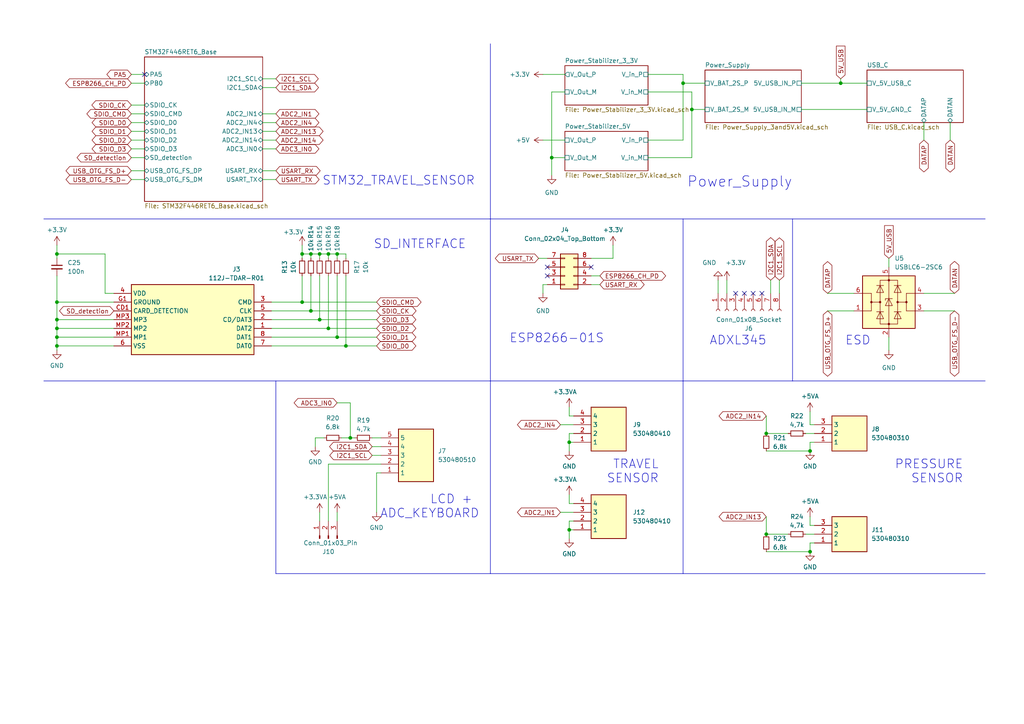
<source format=kicad_sch>
(kicad_sch (version 20230121) (generator eeschema)
  (paper "A4")
  (title_block (title "Suspension Telemetry") (date "2023-10-01") (rev "v1.0") (company "Patryk Grzywnowicz"))
  (lib_symbols
    (symbol "112J-TDAR-R01:112J-TDAR-R01"
      (property "Reference" "J" (at 16.51 7.62 0))
      (property "Value" "112J-TDAR-R01" (at 16.51 5.08 0))
      (symbol "112J-TDAR-R01_1_1"
        (rectangle (start 17.78 -17.78) (end 53.34 2.54) (stroke (width 0.254)) (fill (type background)))
        (pin passive line (at 12.7 -10.16 0) (length 5.08) (name "DAT2") (number "1"))
        (pin passive line (at 12.7 -7.62 0) (length 5.08) (name "CD/DAT3") (number "2"))
        (pin passive line (at 12.7 -2.54 0) (length 5.08) (name "CMD") (number "3"))
        (pin passive line (at 58.42 0 180) (length 5.08) (name "VDD") (number "4"))
        (pin passive line (at 12.7 -5.08 0) (length 5.08) (name "CLK") (number "5"))
        (pin passive line (at 58.42 -15.24 180) (length 5.08) (name "VSS") (number "6"))
        (pin passive line (at 12.7 -15.24 0) (length 5.08) (name "DAT0") (number "7"))
        (pin passive line (at 12.7 -12.7 0) (length 5.08) (name "DAT1") (number "8"))
        (pin passive line (at 58.42 -5.08 180) (length 5.08) (name "CARD_DETECTION") (number "CD1"))
        (pin passive line (at 58.42 -2.54 180) (length 5.08) (name "GROUND") (number "G1"))
        (pin passive line (at 58.42 -12.7 180) (length 5.08) (name "MP1") (number "MP1"))
        (pin passive line (at 58.42 -10.16 180) (length 5.08) (name "MP2") (number "MP2"))
        (pin passive line (at 58.42 -7.62 180) (length 5.08) (name "MP3") (number "MP3"))
      )
    )
    (symbol "530480310:530480310"
      (property "Reference" "J" (at 16.51 7.62 0))
      (property "Value" "530480310" (at 16.51 5.08 0))
      (symbol "530480310_1_1"
        (rectangle (start 5.08 2.54) (end 15.24 -7.62) (stroke (width 0.254)) (fill (type background)))
        (pin passive line (at 0 -5.08 0) (length 5.08) (name "1") (number "1"))
        (pin passive line (at 0 -2.54 0) (length 5.08) (name "2") (number "2"))
        (pin passive line (at 0 0 0) (length 5.08) (name "3") (number "3"))
      )
    )
    (symbol "530480410:530480410"
      (property "Reference" "J" (at 16.51 7.62 0))
      (property "Value" "530480410" (at 16.51 5.08 0))
      (symbol "530480410_1_1"
        (rectangle (start 5.08 2.54) (end 15.24 -10.16) (stroke (width 0.254)) (fill (type background)))
        (pin passive line (at 0 -7.62 0) (length 5.08) (name "1") (number "1"))
        (pin passive line (at 0 -5.08 0) (length 5.08) (name "2") (number "2"))
        (pin passive line (at 0 -2.54 0) (length 5.08) (name "3") (number "3"))
        (pin passive line (at 0 0 0) (length 5.08) (name "4") (number "4"))
      )
    )
    (symbol "530480510:530480510"
      (property "Reference" "J" (at 16.51 7.62 0))
      (property "Value" "530480510" (at 16.51 5.08 0))
      (symbol "530480510_1_1"
        (rectangle (start 5.08 2.54) (end 15.24 -12.7) (stroke (width 0.254)) (fill (type background)))
        (pin passive line (at 0 -10.16 0) (length 5.08) (name "1") (number "1"))
        (pin passive line (at 0 -7.62 0) (length 5.08) (name "2") (number "2"))
        (pin passive line (at 0 -5.08 0) (length 5.08) (name "3") (number "3"))
        (pin passive line (at 0 -2.54 0) (length 5.08) (name "4") (number "4"))
        (pin passive line (at 0 0 0) (length 5.08) (name "5") (number "5"))
      )
    )
    (symbol "Connector:Conn_01x03_Pin" (pin_names (offset 1.016) hide)
      (property "Reference" "J" (at 0 5.08 0))
      (property "Value" "Conn_01x03_Pin" (at 0 -5.08 0))
      (symbol "Conn_01x03_Pin_1_1"
        (polyline (pts (xy 1.27 -2.54) (xy 0.8636 -2.54)) (stroke (width 0.1524)))
        (polyline (pts (xy 1.27 0) (xy 0.8636 0)) (stroke (width 0.1524)))
        (polyline (pts (xy 1.27 2.54) (xy 0.8636 2.54)) (stroke (width 0.1524)))
        (rectangle (start 0.8636 -2.413) (end 0 -2.667) (stroke (width 0.1524)) (fill (type outline)))
        (rectangle (start 0.8636 0.127) (end 0 -0.127) (stroke (width 0.1524)) (fill (type outline)))
        (rectangle (start 0.8636 2.667) (end 0 2.413) (stroke (width 0.1524)) (fill (type outline)))
        (pin passive line (at 5.08 2.54 180) (length 3.81) (name "Pin_1") (number "1"))
        (pin passive line (at 5.08 0 180) (length 3.81) (name "Pin_2") (number "2"))
        (pin passive line (at 5.08 -2.54 180) (length 3.81) (name "Pin_3") (number "3"))
      )
    )
    (symbol "Connector:Conn_01x08_Socket" (pin_names (offset 1.016) hide)
      (property "Reference" "J" (at 0 10.16 0))
      (property "Value" "Conn_01x08_Socket" (at 0 -12.7 0))
      (symbol "Conn_01x08_Socket_1_1"
        (arc (start 0 -9.652) (mid -0.5058 -10.16) (end 0 -10.668) (stroke (width 0.1524)))
        (arc (start 0 -7.112) (mid -0.5058 -7.62) (end 0 -8.128) (stroke (width 0.1524)))
        (arc (start 0 -4.572) (mid -0.5058 -5.08) (end 0 -5.588) (stroke (width 0.1524)))
        (arc (start 0 -2.032) (mid -0.5058 -2.54) (end 0 -3.048) (stroke (width 0.1524)))
        (polyline (pts (xy -1.27 -10.16) (xy -0.508 -10.16)) (stroke (width 0.1524)))
        (polyline (pts (xy -1.27 -7.62) (xy -0.508 -7.62)) (stroke (width 0.1524)))
        (polyline (pts (xy -1.27 -5.08) (xy -0.508 -5.08)) (stroke (width 0.1524)))
        (polyline (pts (xy -1.27 -2.54) (xy -0.508 -2.54)) (stroke (width 0.1524)))
        (polyline (pts (xy -1.27 0) (xy -0.508 0)) (stroke (width 0.1524)))
        (polyline (pts (xy -1.27 2.54) (xy -0.508 2.54)) (stroke (width 0.1524)))
        (polyline (pts (xy -1.27 5.08) (xy -0.508 5.08)) (stroke (width 0.1524)))
        (polyline (pts (xy -1.27 7.62) (xy -0.508 7.62)) (stroke (width 0.1524)))
        (arc (start 0 0.508) (mid -0.5058 0) (end 0 -0.508) (stroke (width 0.1524)))
        (arc (start 0 3.048) (mid -0.5058 2.54) (end 0 2.032) (stroke (width 0.1524)))
        (arc (start 0 5.588) (mid -0.5058 5.08) (end 0 4.572) (stroke (width 0.1524)))
        (arc (start 0 8.128) (mid -0.5058 7.62) (end 0 7.112) (stroke (width 0.1524)))
        (pin passive line (at -5.08 7.62 0) (length 3.81) (name "Pin_1") (number "1"))
        (pin passive line (at -5.08 5.08 0) (length 3.81) (name "Pin_2") (number "2"))
        (pin passive line (at -5.08 2.54 0) (length 3.81) (name "Pin_3") (number "3"))
        (pin passive line (at -5.08 0 0) (length 3.81) (name "Pin_4") (number "4"))
        (pin passive line (at -5.08 -2.54 0) (length 3.81) (name "Pin_5") (number "5"))
        (pin passive line (at -5.08 -5.08 0) (length 3.81) (name "Pin_6") (number "6"))
        (pin passive line (at -5.08 -7.62 0) (length 3.81) (name "Pin_7") (number "7"))
        (pin passive line (at -5.08 -10.16 0) (length 3.81) (name "Pin_8") (number "8"))
      )
    )
    (symbol "Device:C_Small" (pin_numbers hide) (pin_names (offset 0.254) hide)
      (property "Reference" "C" (at 0.254 1.778 0))
      (property "Value" "C_Small" (at 0.254 -2.032 0))
      (symbol "C_Small_0_1"
        (polyline (pts (xy -1.524 -0.508) (xy 1.524 -0.508)) (stroke (width 0.3302)))
        (polyline (pts (xy -1.524 0.508) (xy 1.524 0.508)) (stroke (width 0.3048)))
      )
      (symbol "C_Small_1_1"
        (pin passive line (at 0 2.54 270) (length 2.032) (name "~") (number "1"))
        (pin passive line (at 0 -2.54 90) (length 2.032) (name "~") (number "2"))
      )
    )
    (symbol "Device:R_Small" (pin_numbers hide) (pin_names (offset 0.254) hide)
      (property "Reference" "R" (at 0.762 0.508 0))
      (property "Value" "R_Small" (at 0.762 -1.016 0))
      (symbol "R_Small_0_1"
        (rectangle (start -0.762 1.778) (end 0.762 -1.778) (stroke (width 0.2032)))
      )
      (symbol "R_Small_1_1"
        (pin passive line (at 0 2.54 270) (length 0.762) (name "~") (number "1"))
        (pin passive line (at 0 -2.54 90) (length 0.762) (name "~") (number "2"))
      )
    )
    (symbol "Power_Protection:USBLC6-2SC6" (pin_names hide)
      (property "Reference" "U" (at 2.54 8.89 0))
      (property "Value" "USBLC6-2SC6" (at 2.54 -8.89 0))
      (symbol "USBLC6-2SC6_0_1"
        (rectangle (start -7.62 -7.62) (end 7.62 7.62) (stroke (width 0.254)) (fill (type background)))
        (circle (center -5.08 0) (radius 0.254) (fill (type outline)))
        (circle (center -2.54 0) (radius 0.254) (fill (type outline)))
        (rectangle (start -2.54 6.35) (end 2.54 -6.35))
        (circle (center 0 -6.35) (radius 0.254) (fill (type outline)))
        (polyline (pts (xy -5.08 -2.54) (xy -7.62 -2.54)))
        (polyline (pts (xy -5.08 0) (xy -5.08 -2.54)))
        (polyline (pts (xy -5.08 2.54) (xy -7.62 2.54)))
        (polyline (pts (xy -1.524 -2.794) (xy -3.556 -2.794)))
        (polyline (pts (xy -1.524 4.826) (xy -3.556 4.826)))
        (polyline (pts (xy 0 -7.62) (xy 0 -6.35)))
        (polyline (pts (xy 0 -6.35) (xy 0 1.27)))
        (polyline (pts (xy 0 1.27) (xy 0 6.35)))
        (polyline (pts (xy 0 6.35) (xy 0 7.62)))
        (polyline (pts (xy 1.524 -2.794) (xy 3.556 -2.794)))
        (polyline (pts (xy 1.524 4.826) (xy 3.556 4.826)))
        (polyline (pts (xy 5.08 -2.54) (xy 7.62 -2.54)))
        (polyline (pts (xy 5.08 0) (xy 5.08 -2.54)))
        (polyline (pts (xy 5.08 2.54) (xy 7.62 2.54)))
        (polyline (pts (xy -2.54 0) (xy -5.08 0) (xy -5.08 2.54)))
        (polyline (pts (xy 2.54 0) (xy 5.08 0) (xy 5.08 2.54)))
        (polyline (pts (xy -3.556 -4.826) (xy -1.524 -4.826) (xy -2.54 -2.794) (xy -3.556 -4.826)))
        (polyline (pts (xy -3.556 2.794) (xy -1.524 2.794) (xy -2.54 4.826) (xy -3.556 2.794)))
        (polyline (pts (xy -1.016 -1.016) (xy 1.016 -1.016) (xy 0 1.016) (xy -1.016 -1.016)))
        (polyline (pts (xy 1.016 1.016) (xy 0.762 1.016) (xy -1.016 1.016) (xy -1.016 0.508)))
        (polyline (pts (xy 3.556 -4.826) (xy 1.524 -4.826) (xy 2.54 -2.794) (xy 3.556 -4.826)))
        (polyline (pts (xy 3.556 2.794) (xy 1.524 2.794) (xy 2.54 4.826) (xy 3.556 2.794)))
        (circle (center 0 6.35) (radius 0.254) (fill (type outline)))
        (circle (center 2.54 0) (radius 0.254) (fill (type outline)))
        (circle (center 5.08 0) (radius 0.254) (fill (type outline)))
      )
      (symbol "USBLC6-2SC6_1_1"
        (pin passive line (at -10.16 -2.54 0) (length 2.54) (name "I/O1") (number "1"))
        (pin passive line (at 0 -10.16 90) (length 2.54) (name "GND") (number "2"))
        (pin passive line (at 10.16 -2.54 180) (length 2.54) (name "I/O2") (number "3"))
        (pin passive line (at 10.16 2.54 180) (length 2.54) (name "I/O2") (number "4"))
        (pin passive line (at 0 10.16 270) (length 2.54) (name "VBUS") (number "5"))
        (pin passive line (at -10.16 2.54 0) (length 2.54) (name "I/O1") (number "6"))
      )
    )
    (symbol "connector_my_2x4:Conn_02x04_Top_Bottom_v2" (pin_names (offset 1.016) hide)
      (property "Reference" "J" (at 1.27 5.08 0))
      (property "Value" "Conn_02x04_Top_Bottom" (at 1.27 -7.62 0))
      (symbol "Conn_02x04_Top_Bottom_v2_1_1"
        (rectangle (start -1.27 -4.953) (end 0 -5.207) (stroke (width 0.1524)))
        (rectangle (start -1.27 -2.413) (end 0 -2.667) (stroke (width 0.1524)))
        (rectangle (start -1.27 0.127) (end 0 -0.127) (stroke (width 0.1524)))
        (rectangle (start -1.27 2.667) (end 0 2.413) (stroke (width 0.1524)))
        (rectangle (start -1.27 3.81) (end 3.81 -6.35) (stroke (width 0.254)) (fill (type background)))
        (rectangle (start 3.81 -4.953) (end 2.54 -5.207) (stroke (width 0.1524)))
        (rectangle (start 3.81 -2.413) (end 2.54 -2.667) (stroke (width 0.1524)))
        (rectangle (start 3.81 0.127) (end 2.54 -0.127) (stroke (width 0.1524)))
        (rectangle (start 3.81 2.667) (end 2.54 2.413) (stroke (width 0.1524)))
        (pin passive line (at -5.08 -5.08 0) (length 3.81) (name "Pin_1") (number "1"))
        (pin passive line (at 7.62 -5.08 180) (length 3.81) (name "Pin_2") (number "2"))
        (pin passive line (at -5.08 -2.54 0) (length 3.81) (name "Pin_3") (number "3"))
        (pin passive line (at 7.62 -2.54 180) (length 3.81) (name "Pin_4") (number "4"))
        (pin passive line (at -5.08 0 0) (length 3.81) (name "Pin_5") (number "5"))
        (pin passive line (at 7.62 0 180) (length 3.81) (name "Pin_6") (number "6"))
        (pin passive line (at -5.08 2.54 0) (length 3.81) (name "Pin_7") (number "7"))
        (pin passive line (at 7.62 2.54 180) (length 3.81) (name "Pin_8") (number "8"))
      )
    )
    (symbol "power:+3.3V" (power) (pin_names (offset 0))
      (property "Value" "+3.3V" (at 0 3.556 0))
      (symbol "+3.3V_0_1"
        (polyline (pts (xy -0.762 1.27) (xy 0 2.54)))
        (polyline (pts (xy 0 0) (xy 0 2.54)))
        (polyline (pts (xy 0 2.54) (xy 0.762 1.27)))
      )
      (symbol "+3.3V_1_1"
        (pin power_in line (at 0 0 90) (length 0) hide (name "+3.3V") (number "1"))
      )
    )
    (symbol "power:+3.3VA" (power) (pin_names (offset 0))
      (property "Value" "+3.3VA" (at 0 3.556 0))
      (symbol "+3.3VA_0_1"
        (polyline (pts (xy -0.762 1.27) (xy 0 2.54)))
        (polyline (pts (xy 0 0) (xy 0 2.54)))
        (polyline (pts (xy 0 2.54) (xy 0.762 1.27)))
      )
      (symbol "+3.3VA_1_1"
        (pin power_in line (at 0 0 90) (length 0) hide (name "+3.3VA") (number "1"))
      )
    )
    (symbol "power:+5V" (power) (pin_names (offset 0))
      (property "Value" "+5V" (at 0 3.556 0))
      (symbol "+5V_0_1"
        (polyline (pts (xy -0.762 1.27) (xy 0 2.54)))
        (polyline (pts (xy 0 0) (xy 0 2.54)))
        (polyline (pts (xy 0 2.54) (xy 0.762 1.27)))
      )
      (symbol "+5V_1_1"
        (pin power_in line (at 0 0 90) (length 0) hide (name "+5V") (number "1"))
      )
    )
    (symbol "power:+5VA" (power) (pin_names (offset 0))
      (property "Value" "+5VA" (at 0 3.556 0))
      (symbol "+5VA_0_1"
        (polyline (pts (xy -0.762 1.27) (xy 0 2.54)))
        (polyline (pts (xy 0 0) (xy 0 2.54)))
        (polyline (pts (xy 0 2.54) (xy 0.762 1.27)))
      )
      (symbol "+5VA_1_1"
        (pin power_in line (at 0 0 90) (length 0) hide (name "+5VA") (number "1"))
      )
    )
    (symbol "power:GND" (power) (pin_names (offset 0))
      (property "Value" "GND" (at 0 -3.81 0))
      (symbol "GND_0_1"
        (polyline (pts (xy 0 0) (xy 0 -1.27) (xy 1.27 -1.27) (xy 0 -2.54) (xy -1.27 -1.27) (xy 0 -1.27)))
      )
      (symbol "GND_1_1"
        (pin power_in line (at 0 0 270) (length 0) hide (name "GND") (number "1"))
      )
    )
  )
  (junction (at 222.25 125.73))
  (junction (at 222.25 154.94))
  (junction (at 92.71 92.71))
  (junction (at 92.71 73.66))
  (junction (at 97.79 73.66))
  (junction (at 16.51 100.33))
  (junction (at 198.12 24.13))
  (junction (at 16.51 97.79))
  (junction (at 16.51 92.71))
  (junction (at 234.95 130.81))
  (junction (at 243.84 24.13))
  (junction (at 90.17 90.17))
  (junction (at 165.1 128.27))
  (junction (at 87.63 73.66))
  (junction (at 234.95 160.02))
  (junction (at 87.63 87.63))
  (junction (at 90.17 73.66))
  (junction (at 165.1 153.67))
  (junction (at 101.6 127))
  (junction (at 16.51 73.66))
  (junction (at 95.25 73.66))
  (junction (at 160.02 45.72))
  (junction (at 16.51 95.25))
  (junction (at 200.66 31.75))
  (junction (at 100.33 100.33))
  (junction (at 97.79 97.79))
  (junction (at 95.25 95.25))
  (junction (at 16.51 87.63))
  (no_connect (at 218.44 85.09))
  (no_connect (at 41.91 21.59))
  (no_connect (at 213.36 85.09))
  (no_connect (at 215.9 85.09))
  (no_connect (at 158.75 80.01))
  (no_connect (at 171.45 77.47))
  (no_connect (at 220.98 85.09))
  (no_connect (at 158.75 77.47))
  (wire (pts (xy 232.41 31.75) (xy 251.46 31.75)))
  (wire (pts (xy 30.48 73.66) (xy 30.48 85.09)))
  (wire (pts (xy 76.2 43.18) (xy 80.01 43.18)))
  (wire (pts (xy 171.45 82.55) (xy 173.99 82.55)))
  (wire (pts (xy 162.56 123.19) (xy 166.37 123.19)))
  (wire (pts (xy 157.48 82.55) (xy 158.75 82.55)))
  (wire (pts (xy 100.33 73.66) (xy 100.33 74.93)))
  (wire (pts (xy 95.25 134.62) (xy 95.25 151.13)))
  (wire (pts (xy 16.51 87.63) (xy 33.02 87.63)))
  (wire (pts (xy 234.95 157.48) (xy 234.95 160.02)))
  (wire (pts (xy 210.82 81.28) (xy 210.82 85.09)))
  (wire (pts (xy 222.25 154.94) (xy 228.6 154.94)))
  (wire (pts (xy 30.48 85.09) (xy 33.02 85.09)))
  (wire (pts (xy 101.6 116.84) (xy 101.6 127)))
  (wire (pts (xy 38.1 40.64) (xy 41.91 40.64)))
  (wire (pts (xy 76.2 49.53) (xy 80.01 49.53)))
  (wire (pts (xy 257.81 74.93) (xy 257.81 77.47)))
  (wire (pts (xy 234.95 152.4) (xy 236.22 152.4)))
  (polyline (pts (xy 142.24 63.5) (xy 285.75 63.5)))
  (wire (pts (xy 234.95 149.86) (xy 234.95 152.4)))
  (wire (pts (xy 87.63 87.63) (xy 87.63 80.01)))
  (wire (pts (xy 177.8 74.93) (xy 171.45 74.93)))
  (wire (pts (xy 78.74 87.63) (xy 87.63 87.63)))
  (wire (pts (xy 162.56 148.59) (xy 166.37 148.59)))
  (wire (pts (xy 38.1 38.1) (xy 41.91 38.1)))
  (wire (pts (xy 187.96 40.64) (xy 198.12 40.64)))
  (polyline (pts (xy 229.87 110.49) (xy 229.87 63.5)))
  (wire (pts (xy 78.74 95.25) (xy 95.25 95.25)))
  (wire (pts (xy 198.12 21.59) (xy 187.96 21.59)))
  (wire (pts (xy 101.6 127) (xy 102.87 127)))
  (wire (pts (xy 97.79 151.13) (xy 97.79 148.59)))
  (wire (pts (xy 95.25 73.66) (xy 95.25 74.93)))
  (wire (pts (xy 99.06 127) (xy 101.6 127)))
  (wire (pts (xy 222.25 120.65) (xy 222.25 125.73)))
  (wire (pts (xy 76.2 22.86) (xy 80.01 22.86)))
  (wire (pts (xy 160.02 26.67) (xy 160.02 45.72)))
  (wire (pts (xy 92.71 73.66) (xy 95.25 73.66)))
  (wire (pts (xy 100.33 80.01) (xy 100.33 100.33)))
  (wire (pts (xy 165.1 143.51) (xy 165.1 146.05)))
  (wire (pts (xy 95.25 95.25) (xy 95.25 80.01)))
  (wire (pts (xy 16.51 100.33) (xy 16.51 101.6)))
  (polyline (pts (xy 198.12 110.49) (xy 229.87 110.49)))
  (wire (pts (xy 16.51 92.71) (xy 16.51 95.25)))
  (wire (pts (xy 226.06 81.28) (xy 226.06 85.09)))
  (polyline (pts (xy 80.01 166.37) (xy 80.01 110.49)))
  (wire (pts (xy 165.1 151.13) (xy 165.1 153.67)))
  (wire (pts (xy 198.12 40.64) (xy 198.12 24.13)))
  (wire (pts (xy 38.1 35.56) (xy 41.91 35.56)))
  (wire (pts (xy 240.03 90.17) (xy 247.65 90.17)))
  (wire (pts (xy 16.51 80.01) (xy 16.51 87.63)))
  (wire (pts (xy 223.52 81.28) (xy 223.52 85.09)))
  (wire (pts (xy 38.1 21.59) (xy 41.91 21.59)))
  (wire (pts (xy 200.66 31.75) (xy 200.66 45.72)))
  (wire (pts (xy 234.95 128.27) (xy 234.95 130.81)))
  (wire (pts (xy 92.71 73.66) (xy 92.71 74.93)))
  (wire (pts (xy 166.37 125.73) (xy 165.1 125.73)))
  (wire (pts (xy 76.2 25.4) (xy 80.01 25.4)))
  (wire (pts (xy 90.17 90.17) (xy 90.17 80.01)))
  (wire (pts (xy 78.74 90.17) (xy 90.17 90.17)))
  (wire (pts (xy 187.96 45.72) (xy 200.66 45.72)))
  (wire (pts (xy 109.22 148.59) (xy 109.22 137.16)))
  (wire (pts (xy 92.71 92.71) (xy 109.22 92.71)))
  (wire (pts (xy 16.51 73.66) (xy 16.51 74.93)))
  (wire (pts (xy 157.48 85.09) (xy 157.48 82.55)))
  (wire (pts (xy 198.12 24.13) (xy 198.12 21.59)))
  (wire (pts (xy 276.86 90.17) (xy 267.97 90.17)))
  (wire (pts (xy 90.17 73.66) (xy 92.71 73.66)))
  (wire (pts (xy 92.71 92.71) (xy 92.71 80.01)))
  (wire (pts (xy 38.1 30.48) (xy 41.91 30.48)))
  (polyline (pts (xy 198.12 166.37) (xy 285.75 166.37)))
  (wire (pts (xy 16.51 87.63) (xy 16.51 92.71)))
  (wire (pts (xy 165.1 125.73) (xy 165.1 128.27)))
  (wire (pts (xy 222.25 130.81) (xy 234.95 130.81)))
  (wire (pts (xy 16.51 71.12) (xy 16.51 73.66)))
  (wire (pts (xy 90.17 90.17) (xy 109.22 90.17)))
  (wire (pts (xy 165.1 118.11) (xy 165.1 120.65)))
  (wire (pts (xy 92.71 148.59) (xy 92.71 151.13)))
  (wire (pts (xy 95.25 73.66) (xy 97.79 73.66)))
  (wire (pts (xy 234.95 123.19) (xy 236.22 123.19)))
  (polyline (pts (xy 198.12 110.49) (xy 198.12 166.37)))
  (wire (pts (xy 165.1 128.27) (xy 166.37 128.27)))
  (wire (pts (xy 222.25 149.86) (xy 222.25 154.94)))
  (wire (pts (xy 76.2 33.02) (xy 80.01 33.02)))
  (wire (pts (xy 87.63 73.66) (xy 90.17 73.66)))
  (wire (pts (xy 236.22 157.48) (xy 234.95 157.48)))
  (wire (pts (xy 97.79 97.79) (xy 109.22 97.79)))
  (polyline (pts (xy 12.7 63.5) (xy 142.24 63.5)))
  (wire (pts (xy 97.79 97.79) (xy 97.79 80.01)))
  (wire (pts (xy 222.25 125.73) (xy 228.6 125.73)))
  (wire (pts (xy 243.84 22.86) (xy 243.84 24.13)))
  (polyline (pts (xy 198.12 110.49) (xy 198.12 63.5)))
  (wire (pts (xy 76.2 52.07) (xy 80.01 52.07)))
  (wire (pts (xy 243.84 24.13) (xy 251.46 24.13)))
  (wire (pts (xy 95.25 134.62) (xy 110.49 134.62)))
  (wire (pts (xy 16.51 97.79) (xy 16.51 100.33)))
  (polyline (pts (xy 229.87 110.49) (xy 285.75 110.49)))
  (wire (pts (xy 275.59 35.56) (xy 275.59 40.64)))
  (wire (pts (xy 107.95 132.08) (xy 110.49 132.08)))
  (wire (pts (xy 16.51 95.25) (xy 33.02 95.25)))
  (wire (pts (xy 109.22 137.16) (xy 110.49 137.16)))
  (wire (pts (xy 87.63 71.12) (xy 87.63 73.66)))
  (wire (pts (xy 165.1 120.65) (xy 166.37 120.65)))
  (wire (pts (xy 97.79 73.66) (xy 97.79 74.93)))
  (wire (pts (xy 204.47 24.13) (xy 198.12 24.13)))
  (wire (pts (xy 163.83 26.67) (xy 160.02 26.67)))
  (wire (pts (xy 165.1 130.81) (xy 165.1 128.27)))
  (wire (pts (xy 222.25 160.02) (xy 234.95 160.02)))
  (wire (pts (xy 165.1 153.67) (xy 166.37 153.67)))
  (wire (pts (xy 157.48 21.59) (xy 163.83 21.59)))
  (wire (pts (xy 200.66 26.67) (xy 187.96 26.67)))
  (wire (pts (xy 109.22 100.33) (xy 100.33 100.33)))
  (wire (pts (xy 166.37 151.13) (xy 165.1 151.13)))
  (wire (pts (xy 87.63 73.66) (xy 87.63 74.93)))
  (wire (pts (xy 90.17 73.66) (xy 90.17 74.93)))
  (wire (pts (xy 38.1 33.02) (xy 41.91 33.02)))
  (wire (pts (xy 204.47 31.75) (xy 200.66 31.75)))
  (wire (pts (xy 107.95 127) (xy 110.49 127)))
  (polyline (pts (xy 142.24 166.37) (xy 80.01 166.37)))
  (polyline (pts (xy 12.7 110.49) (xy 142.24 110.49)))
  (wire (pts (xy 171.45 80.01) (xy 173.99 80.01)))
  (wire (pts (xy 95.25 95.25) (xy 109.22 95.25)))
  (wire (pts (xy 232.41 24.13) (xy 243.84 24.13)))
  (wire (pts (xy 107.95 129.54) (xy 110.49 129.54)))
  (wire (pts (xy 87.63 87.63) (xy 109.22 87.63)))
  (wire (pts (xy 97.79 116.84) (xy 101.6 116.84)))
  (wire (pts (xy 97.79 73.66) (xy 100.33 73.66)))
  (wire (pts (xy 160.02 45.72) (xy 160.02 50.8)))
  (wire (pts (xy 200.66 31.75) (xy 200.66 26.67)))
  (polyline (pts (xy 142.24 12.7) (xy 142.24 63.5)))
  (wire (pts (xy 233.68 154.94) (xy 236.22 154.94)))
  (polyline (pts (xy 142.24 110.49) (xy 142.24 166.37)))
  (wire (pts (xy 38.1 43.18) (xy 41.91 43.18)))
  (wire (pts (xy 16.51 100.33) (xy 33.02 100.33)))
  (polyline (pts (xy 142.24 110.49) (xy 198.12 110.49)))
  (wire (pts (xy 165.1 146.05) (xy 166.37 146.05)))
  (wire (pts (xy 157.48 40.64) (xy 163.83 40.64)))
  (wire (pts (xy 38.1 52.07) (xy 41.91 52.07)))
  (wire (pts (xy 267.97 35.56) (xy 267.97 40.64)))
  (wire (pts (xy 236.22 128.27) (xy 234.95 128.27)))
  (polyline (pts (xy 142.24 63.5) (xy 142.24 110.49)))
  (wire (pts (xy 240.03 85.09) (xy 247.65 85.09)))
  (wire (pts (xy 165.1 156.21) (xy 165.1 153.67)))
  (wire (pts (xy 76.2 40.64) (xy 80.01 40.64)))
  (wire (pts (xy 276.86 85.09) (xy 267.97 85.09)))
  (wire (pts (xy 38.1 45.72) (xy 41.91 45.72)))
  (wire (pts (xy 177.8 71.12) (xy 177.8 74.93)))
  (wire (pts (xy 78.74 100.33) (xy 100.33 100.33)))
  (wire (pts (xy 16.51 97.79) (xy 33.02 97.79)))
  (wire (pts (xy 16.51 95.25) (xy 16.51 97.79)))
  (wire (pts (xy 156.21 74.93) (xy 158.75 74.93)))
  (wire (pts (xy 234.95 119.38) (xy 234.95 123.19)))
  (wire (pts (xy 257.81 97.79) (xy 257.81 101.6)))
  (wire (pts (xy 38.1 49.53) (xy 41.91 49.53)))
  (wire (pts (xy 78.74 97.79) (xy 97.79 97.79)))
  (wire (pts (xy 93.98 127) (xy 91.44 127)))
  (wire (pts (xy 163.83 45.72) (xy 160.02 45.72)))
  (wire (pts (xy 91.44 127) (xy 91.44 129.54)))
  (wire (pts (xy 76.2 38.1) (xy 80.01 38.1)))
  (wire (pts (xy 76.2 35.56) (xy 80.01 35.56)))
  (wire (pts (xy 16.51 92.71) (xy 33.02 92.71)))
  (wire (pts (xy 233.68 125.73) (xy 236.22 125.73)))
  (wire (pts (xy 38.1 24.13) (xy 41.91 24.13)))
  (wire (pts (xy 208.28 81.28) (xy 208.28 85.09)))
  (wire (pts (xy 78.74 92.71) (xy 92.71 92.71)))
  (wire (pts (xy 16.51 73.66) (xy 30.48 73.66)))
  (polyline (pts (xy 142.24 166.37) (xy 198.12 166.37)))
  (text "LCD + \nADC_KEYBOARD" (at 139.065 150.495 0) (effects (font (size 2.54 2.54)) (justify right bottom)))
  (text "PRESSURE\nSENSOR" (at 279.4 140.335 0) (effects (font (size 2.54 2.54)) (justify right bottom)))
  (text "ADXL345" (at 205.74 100.33 0) (effects (font (size 2.54 2.54)) (justify left bottom)))
  (text "ESP8266-01S" (at 175.26 99.695 0) (effects (font (size 2.54 2.54)) (justify right bottom)))
  (text "STM32_TRAVEL_SENSOR\n" (at 137.795 53.975 0) (effects (font (size 2.54 2.54)) (justify right bottom)))
  (text "ESD" (at 245.11 100.33 0) (effects (font (size 2.54 2.54)) (justify left bottom)))
  (text "Power_Supply" (at 229.87 54.61 0) (effects (font (size 3 3)) (justify right bottom)))
  (text "SD_INTERFACE" (at 135.255 72.39 0) (effects (font (size 2.54 2.54)) (justify right bottom)))
  (text "TRAVEL\nSENSOR" (at 191.135 140.335 0) (effects (font (size 2.54 2.54)) (justify right bottom)))
  (global_label "SDIO_CMD" (shape bidirectional) (at 38.1 33.02 180) (property "Intersheetrefs" "${INTERSHEET_REFS}" (effects hide)))
  (global_label "SDIO_D2" (shape bidirectional) (at 38.1 40.64 180) (property "Intersheetrefs" "${INTERSHEET_REFS}" (effects hide)))
  (global_label "5V_USB" (shape input) (at 243.84 22.86 90) (property "Intersheetrefs" "${INTERSHEET_REFS}" (effects hide)))
  (global_label "ADC3_IN0" (shape bidirectional) (at 80.01 43.18 0) (property "Intersheetrefs" "${INTERSHEET_REFS}" (effects hide)))
  (global_label "ADC2_IN1" (shape bidirectional) (at 162.56 148.59 180) (property "Intersheetrefs" "${INTERSHEET_REFS}" (effects hide)))
  (global_label "PA5" (shape bidirectional) (at 38.1 21.59 180) (property "Intersheetrefs" "${INTERSHEET_REFS}" (effects hide)))
  (global_label "I2C1_SDA" (shape bidirectional) (at 107.95 129.54 180) (property "Intersheetrefs" "${INTERSHEET_REFS}" (effects hide)))
  (global_label "SDIO_D1" (shape bidirectional) (at 38.1 38.1 180) (property "Intersheetrefs" "${INTERSHEET_REFS}" (effects hide)))
  (global_label "USB_OTG_FS_D+" (shape bidirectional) (at 38.1 49.53 180) (property "Intersheetrefs" "${INTERSHEET_REFS}" (effects hide)))
  (global_label "5V_USB" (shape input) (at 257.81 74.93 90) (property "Intersheetrefs" "${INTERSHEET_REFS}" (effects hide)))
  (global_label "USART_TX" (shape bidirectional) (at 156.21 74.93 180) (property "Intersheetrefs" "${INTERSHEET_REFS}" (effects hide)))
  (global_label "SDIO_D0" (shape bidirectional) (at 38.1 35.56 180) (property "Intersheetrefs" "${INTERSHEET_REFS}" (effects hide)))
  (global_label "SDIO_D0" (shape bidirectional) (at 109.22 100.33 0) (property "Intersheetrefs" "${INTERSHEET_REFS}" (effects hide)))
  (global_label "ADC2_IN13" (shape bidirectional) (at 80.01 38.1 0) (property "Intersheetrefs" "${INTERSHEET_REFS}" (effects hide)))
  (global_label "I2C1_SCL" (shape bidirectional) (at 107.95 132.08 180) (property "Intersheetrefs" "${INTERSHEET_REFS}" (effects hide)))
  (global_label "I2C1_SCL" (shape bidirectional) (at 80.01 22.86 0) (property "Intersheetrefs" "${INTERSHEET_REFS}" (effects hide)))
  (global_label "ADC2_IN4" (shape bidirectional) (at 162.56 123.19 180) (property "Intersheetrefs" "${INTERSHEET_REFS}" (effects hide)))
  (global_label "ADC2_IN14" (shape bidirectional) (at 80.01 40.64 0) (property "Intersheetrefs" "${INTERSHEET_REFS}" (effects hide)))
  (global_label "SD_detection" (shape bidirectional) (at 38.1 45.72 180) (property "Intersheetrefs" "${INTERSHEET_REFS}" (effects hide)))
  (global_label "SD_detection" (shape bidirectional) (at 33.02 90.17 180) (property "Intersheetrefs" "${INTERSHEET_REFS}" (effects hide)))
  (global_label "USART_RX" (shape bidirectional) (at 80.01 49.53 0) (property "Intersheetrefs" "${INTERSHEET_REFS}" (effects hide)))
  (global_label "SDIO_D1" (shape bidirectional) (at 109.22 97.79 0) (property "Intersheetrefs" "${INTERSHEET_REFS}" (effects hide)))
  (global_label "USB_OTG_FS_D-" (shape bidirectional) (at 276.86 90.17 270) (property "Intersheetrefs" "${INTERSHEET_REFS}" (effects hide)))
  (global_label "ADC2_IN14" (shape bidirectional) (at 222.25 120.65 180) (property "Intersheetrefs" "${INTERSHEET_REFS}" (effects hide)))
  (global_label "ADC2_IN13" (shape bidirectional) (at 222.25 149.86 180) (property "Intersheetrefs" "${INTERSHEET_REFS}" (effects hide)))
  (global_label "SDIO_D2" (shape bidirectional) (at 109.22 95.25 0) (property "Intersheetrefs" "${INTERSHEET_REFS}" (effects hide)))
  (global_label "ADC2_IN1" (shape bidirectional) (at 80.01 33.02 0) (property "Intersheetrefs" "${INTERSHEET_REFS}" (effects hide)))
  (global_label "DATAN" (shape bidirectional) (at 276.86 85.09 90) (property "Intersheetrefs" "${INTERSHEET_REFS}" (effects hide)))
  (global_label "ADC2_IN4" (shape bidirectional) (at 80.01 35.56 0) (property "Intersheetrefs" "${INTERSHEET_REFS}" (effects hide)))
  (global_label "DATAP" (shape bidirectional) (at 240.03 85.09 90) (property "Intersheetrefs" "${INTERSHEET_REFS}" (effects hide)))
  (global_label "I2C1_SDA" (shape bidirectional) (at 80.01 25.4 0) (property "Intersheetrefs" "${INTERSHEET_REFS}" (effects hide)))
  (global_label "DATAP" (shape bidirectional) (at 267.97 40.64 270) (property "Intersheetrefs" "${INTERSHEET_REFS}" (effects hide)))
  (global_label "I2C1_SCL" (shape bidirectional) (at 226.06 81.28 90) (property "Intersheetrefs" "${INTERSHEET_REFS}" (effects hide)))
  (global_label "SDIO_CMD" (shape bidirectional) (at 109.22 87.63 0) (property "Intersheetrefs" "${INTERSHEET_REFS}" (effects hide)))
  (global_label "SDIO_CK" (shape bidirectional) (at 109.22 90.17 0) (property "Intersheetrefs" "${INTERSHEET_REFS}" (effects hide)))
  (global_label "USB_OTG_FS_D+" (shape bidirectional) (at 240.03 90.17 270) (property "Intersheetrefs" "${INTERSHEET_REFS}" (effects hide)))
  (global_label "ESP8266_CH_PD" (shape bidirectional) (at 173.99 80.01 0) (property "Intersheetrefs" "${INTERSHEET_REFS}" (effects hide)))
  (global_label "SDIO_CK" (shape bidirectional) (at 38.1 30.48 180) (property "Intersheetrefs" "${INTERSHEET_REFS}" (effects hide)))
  (global_label "USART_TX" (shape bidirectional) (at 80.01 52.07 0) (property "Intersheetrefs" "${INTERSHEET_REFS}" (effects hide)))
  (global_label "DATAN" (shape bidirectional) (at 275.59 40.64 270) (property "Intersheetrefs" "${INTERSHEET_REFS}" (effects hide)))
  (global_label "USB_OTG_FS_D-" (shape bidirectional) (at 38.1 52.07 180) (property "Intersheetrefs" "${INTERSHEET_REFS}" (effects hide)))
  (global_label "ADC3_IN0" (shape bidirectional) (at 97.79 116.84 180) (property "Intersheetrefs" "${INTERSHEET_REFS}" (effects hide)))
  (global_label "SDIO_D3" (shape bidirectional) (at 38.1 43.18 180) (property "Intersheetrefs" "${INTERSHEET_REFS}" (effects hide)))
  (global_label "USART_RX" (shape bidirectional) (at 173.99 82.55 0) (property "Intersheetrefs" "${INTERSHEET_REFS}" (effects hide)))
  (global_label "I2C1_SDA" (shape bidirectional) (at 223.52 81.28 90) (property "Intersheetrefs" "${INTERSHEET_REFS}" (effects hide)))
  (global_label "SDIO_D3" (shape bidirectional) (at 109.22 92.71 0) (property "Intersheetrefs" "${INTERSHEET_REFS}" (effects hide)))
  (global_label "ESP8266_CH_PD" (shape bidirectional) (at 38.1 24.13 180) (property "Intersheetrefs" "${INTERSHEET_REFS}" (effects hide)))
  (symbol (lib_id "power:+3.3V") (at 16.51 71.12 0) (unit 1)
    (property "Reference" "#PWR025" (effects hide))
    (property "Value" "+3.3V" (at 16.51 66.675 0))
  )
  (symbol (lib_id "power:+5V") (at 157.48 40.64 90) (unit 1)
    (property "Reference" "#PWR010" (effects hide))
    (property "Value" "+5V" (at 153.67 40.64 90) (effects (justify left)))
  )
  (symbol (lib_id "power:+5VA") (at 97.79 148.59 0) (unit 1)
    (property "Reference" "#PWR036" (effects hide))
    (property "Value" "+5VA" (at 97.79 144.145 0))
  )
  (symbol (lib_id "Device:R_Small") (at 222.25 157.48 0) (unit 1)
    (property "Reference" "R23" (at 224.155 156.21 0) (effects (justify left)))
    (property "Value" "6,8k" (at 224.155 158.75 0) (effects (justify left)))
    (property "Footprint" "Resistor_SMD:R_0603_1608Metric_Pad0.98x0.95mm_HandSolder" (effects hide))
  )
  (symbol (lib_id "power:GND") (at 165.1 156.21 0) (unit 1)
    (property "Reference" "#PWR045" (effects hide))
    (property "Value" "GND" (at 165.1 160.655 0))
  )
  (symbol (lib_id "Device:C_Small") (at 16.51 77.47 0) (unit 1)
    (property "Reference" "C25" (at 19.558 76.2063 0) (effects (justify left)))
    (property "Value" "100n" (at 19.558 78.7463 0) (effects (justify left)))
    (property "Footprint" "Capacitor_SMD:C_0603_1608Metric_Pad1.08x0.95mm_HandSolder" (effects hide))
  )
  (symbol (lib_id "Device:R_Small") (at 92.71 77.47 180) (unit 1)
    (property "Reference" "R15" (at 92.71 67.31 90))
    (property "Value" "10k" (at 92.71 71.12 90))
    (property "Footprint" "Resistor_SMD:R_0603_1608Metric_Pad0.98x0.95mm_HandSolder" (effects hide))
  )
  (symbol (lib_id "power:+5VA") (at 234.95 149.86 0) (unit 1)
    (property "Reference" "#PWR040" (effects hide))
    (property "Value" "+5VA" (at 234.95 145.415 0))
  )
  (symbol (lib_id "530480510:530480510") (at 110.49 127 0) (unit 1)
    (property "Reference" "J7" (at 127 130.81 0) (effects (justify left)))
    (property "Value" "530480510" (at 127 133.35 0) (effects (justify left)))
    (property "Footprint" "molex_conn:530480510" (effects hide))
    (property "Datasheet" "https://www.molex.com/pdm_docs/sd/530480210_sd.pdf" (effects hide))
    (property "Height" "3.5" (effects hide))
    (property "Manufacturer_Name" "Molex" (effects hide))
    (property "Manufacturer_Part_Number" "530480510" (effects hide))
  )
  (symbol (lib_id "Device:R_Small") (at 90.17 77.47 180) (unit 1)
    (property "Reference" "R14" (at 90.17 67.31 90))
    (property "Value" "10k" (at 90.17 71.12 90))
    (property "Footprint" "Resistor_SMD:R_0603_1608Metric_Pad0.98x0.95mm_HandSolder" (effects hide))
  )
  (symbol (lib_id "power:GND") (at 16.51 101.6 0) (unit 1)
    (property "Reference" "#PWR026" (effects hide))
    (property "Value" "GND" (at 16.51 106.045 0))
  )
  (symbol (lib_id "530480310:530480310") (at 236.22 123.19 0) (unit 1)
    (property "Reference" "J8" (at 252.73 124.46 0) (effects (justify left)))
    (property "Value" "530480310" (at 252.73 127 0) (effects (justify left)))
    (property "Footprint" "molex_conn:530480310" (effects hide))
    (property "Datasheet" "https://www.molex.com/pdm_docs/sd/530480210_sd.pdf" (effects hide))
    (property "Height" "3.5" (effects hide))
    (property "Manufacturer_Name" "Molex" (effects hide))
    (property "Manufacturer_Part_Number" "530480310" (effects hide))
  )
  (symbol (lib_id "power:+3.3V") (at 87.63 71.12 0) (unit 1)
    (property "Reference" "#PWR024" (effects hide))
    (property "Value" "+3.3V" (at 85.09 67.31 0))
  )
  (symbol (lib_id "530480410:530480410") (at 166.37 120.65 0) (unit 1)
    (property "Reference" "J9" (at 183.515 123.19 0) (effects (justify left)))
    (property "Value" "530480410" (at 183.515 125.73 0) (effects (justify left)))
    (property "Footprint" "molex_conn:530480410" (effects hide))
    (property "Datasheet" "https://www.molex.com/pdm_docs/sd/530480210_sd.pdf" (effects hide))
    (property "Height" "3.5" (effects hide))
    (property "Manufacturer_Name" "Molex" (effects hide))
    (property "Manufacturer_Part_Number" "530480410" (effects hide))
  )
  (symbol (lib_id "power:+3.3V") (at 210.82 81.28 0) (unit 1)
    (property "Reference" "#PWR030" (effects hide))
    (property "Value" "+3.3V" (at 213.36 76.2 0))
  )
  (symbol (lib_id "power:GND") (at 165.1 130.81 0) (unit 1)
    (property "Reference" "#PWR042" (effects hide))
    (property "Value" "GND" (at 165.1 135.255 0))
  )
  (symbol (lib_id "power:GND") (at 157.48 85.09 0) (unit 1)
    (property "Reference" "#PWR028" (effects hide))
    (property "Value" "GND" (at 157.48 90.17 0))
  )
  (symbol (lib_id "Device:R_Small") (at 100.33 77.47 180) (unit 1)
    (property "Reference" "R17" (at 103.505 77.47 90))
    (property "Value" "10k" (at 106.045 77.47 90))
    (property "Footprint" "Resistor_SMD:R_0603_1608Metric_Pad0.98x0.95mm_HandSolder" (effects hide))
  )
  (symbol (lib_id "Device:R_Small") (at 105.41 127 270) (unit 1)
    (property "Reference" "R19" (at 105.41 121.92 90))
    (property "Value" "4,7k" (at 105.41 124.46 90))
    (property "Footprint" "Resistor_SMD:R_0603_1608Metric_Pad0.98x0.95mm_HandSolder" (effects hide))
  )
  (symbol (lib_id "connector_my_2x4:Conn_02x04_Top_Bottom_v2") (at 163.83 77.47 0) (unit 1)
    (property "Reference" "J4" (at 163.83 66.675 0))
    (property "Value" "Conn_02x04_Top_Bottom" (at 163.83 69.215 0))
    (property "Footprint" "Connector_PinSocket_2.54mm:PinSocket_2x04_P2.54mm_Vertical" (effects hide))
  )
  (symbol (lib_id "power:GND") (at 109.22 148.59 0) (unit 1)
    (property "Reference" "#PWR032" (effects hide))
    (property "Value" "GND" (at 109.22 153.035 0))
  )
  (symbol (lib_id "power:+3.3VA") (at 165.1 143.51 0) (unit 1)
    (property "Reference" "#PWR044" (effects hide))
    (property "Value" "+3.3VA" (at 163.83 139.065 0))
  )
  (symbol (lib_id "Power_Protection:USBLC6-2SC6") (at 257.81 87.63 0) (unit 1)
    (property "Reference" "U5" (at 259.4611 74.93 0) (effects (justify left)))
    (property "Value" "USBLC6-2SC6" (at 259.4611 77.47 0) (effects (justify left)))
    (property "Footprint" "Package_TO_SOT_SMD:SOT-23-6" (effects hide))
    (property "Datasheet" "https://www.st.com/resource/en/datasheet/usblc6-2.pdf" (effects hide))
  )
  (symbol (lib_id "530480410:530480410") (at 166.37 146.05 0) (unit 1)
    (property "Reference" "J12" (at 183.515 148.59 0) (effects (justify left)))
    (property "Value" "530480410" (at 183.515 151.13 0) (effects (justify left)))
    (property "Footprint" "molex_conn:530480410" (effects hide))
    (property "Datasheet" "https://www.molex.com/pdm_docs/sd/530480210_sd.pdf" (effects hide))
    (property "Height" "3.5" (effects hide))
    (property "Manufacturer_Name" "Molex" (effects hide))
    (property "Manufacturer_Part_Number" "530480410" (effects hide))
  )
  (symbol (lib_id "power:+3.3V") (at 157.48 21.59 90) (unit 1)
    (property "Reference" "#PWR08" (effects hide))
    (property "Value" "+3.3V" (at 153.67 21.59 90) (effects (justify left)))
  )
  (symbol (lib_id "power:+5VA") (at 234.95 119.38 0) (unit 1)
    (property "Reference" "#PWR038" (effects hide))
    (property "Value" "+5VA" (at 234.95 114.935 0))
  )
  (symbol (lib_id "Device:R_Small") (at 95.25 77.47 180) (unit 1)
    (property "Reference" "R16" (at 95.25 67.31 90))
    (property "Value" "10k" (at 95.25 71.12 90))
    (property "Footprint" "Resistor_SMD:R_0603_1608Metric_Pad0.98x0.95mm_HandSolder" (effects hide))
  )
  (symbol (lib_id "Device:R_Small") (at 87.63 77.47 180) (unit 1)
    (property "Reference" "R13" (at 82.55 77.47 90))
    (property "Value" "10k" (at 85.09 77.47 90))
    (property "Footprint" "Resistor_SMD:R_0603_1608Metric_Pad0.98x0.95mm_HandSolder" (effects hide))
  )
  (symbol (lib_id "Connector:Conn_01x03_Pin") (at 95.25 156.21 90) (unit 1)
    (property "Reference" "J10" (at 95.25 160.02 90))
    (property "Value" "Conn_01x03_Pin" (at 95.885 157.48 90))
    (property "Footprint" "Connector_PinHeader_1.27mm:PinHeader_1x03_P1.27mm_Vertical" (effects hide))
  )
  (symbol (lib_id "Connector:Conn_01x08_Socket") (at 215.9 90.17 90) (mirror x) (unit 1)
    (property "Reference" "J6" (at 217.17 95.25 90))
    (property "Value" "Conn_01x08_Socket" (at 217.17 92.71 90))
    (property "Footprint" "Connector_PinSocket_2.54mm:PinSocket_1x08_P2.54mm_Vertical" (effects hide))
  )
  (symbol (lib_id "530480310:530480310") (at 236.22 152.4 0) (unit 1)
    (property "Reference" "J11" (at 252.73 153.67 0) (effects (justify left)))
    (property "Value" "530480310" (at 252.73 156.21 0) (effects (justify left)))
    (property "Footprint" "molex_conn:530480310" (effects hide))
    (property "Datasheet" "https://www.molex.com/pdm_docs/sd/530480210_sd.pdf" (effects hide))
    (property "Height" "3.5" (effects hide))
    (property "Manufacturer_Name" "Molex" (effects hide))
    (property "Manufacturer_Part_Number" "530480310" (effects hide))
  )
  (symbol (lib_id "Device:R_Small") (at 231.14 154.94 270) (unit 1)
    (property "Reference" "R24" (at 231.14 149.86 90))
    (property "Value" "4,7k" (at 231.14 152.4 90))
    (property "Footprint" "Resistor_SMD:R_0603_1608Metric_Pad0.98x0.95mm_HandSolder" (effects hide))
  )
  (symbol (lib_id "Device:R_Small") (at 97.79 77.47 180) (unit 1)
    (property "Reference" "R18" (at 97.79 67.31 90))
    (property "Value" "10k" (at 97.79 71.12 90))
    (property "Footprint" "Resistor_SMD:R_0603_1608Metric_Pad0.98x0.95mm_HandSolder" (effects hide))
  )
  (symbol (lib_id "Device:R_Small") (at 222.25 128.27 0) (unit 1)
    (property "Reference" "R21" (at 224.155 127 0) (effects (justify left)))
    (property "Value" "6,8k" (at 224.155 129.54 0) (effects (justify left)))
    (property "Footprint" "Resistor_SMD:R_0603_1608Metric_Pad0.98x0.95mm_HandSolder" (effects hide))
  )
  (symbol (lib_id "power:+3.3VA") (at 165.1 118.11 0) (unit 1)
    (property "Reference" "#PWR043" (effects hide))
    (property "Value" "+3.3VA" (at 163.83 113.665 0))
  )
  (symbol (lib_id "power:+3.3V") (at 177.8 71.12 0) (unit 1)
    (property "Reference" "#PWR027" (effects hide))
    (property "Value" "+3.3V" (at 177.8 66.675 0))
  )
  (symbol (lib_id "power:GND") (at 91.44 129.54 0) (unit 1)
    (property "Reference" "#PWR034" (effects hide))
    (property "Value" "GND" (at 91.44 133.985 0))
  )
  (symbol (lib_id "112J-TDAR-R01:112J-TDAR-R01") (at 91.44 85.09 0) (mirror y) (unit 1)
    (property "Reference" "J3" (at 68.58 78.105 0))
    (property "Value" "112J-TDAR-R01" (at 68.58 80.645 0))
    (property "Footprint" "sd_card:112JTDARR01" (effects hide))
    (property "Datasheet" "https://cdn.sos.sk/productdata/2c/8b/de324bd3/112j-tdar-r01.pdf" (effects hide))
    (property "Height" "2" (effects hide))
    (property "Manufacturer_Name" "ATTEND" (effects hide))
    (property "Manufacturer_Part_Number" "112J-TDAR-R01" (effects hide))
  )
  (symbol (lib_id "power:GND") (at 208.28 81.28 180) (unit 1)
    (property "Reference" "#PWR029" (effects hide))
    (property "Value" "GND" (at 205.74 76.2 0))
  )
  (symbol (lib_id "power:GND") (at 234.95 160.02 0) (unit 1)
    (property "Reference" "#PWR041" (effects hide))
    (property "Value" "GND" (at 234.95 164.465 0))
  )
  (symbol (lib_id "power:GND") (at 257.81 101.6 0) (unit 1)
    (property "Reference" "#PWR047" (effects hide))
    (property "Value" "GND" (at 257.81 106.68 0))
  )
  (symbol (lib_id "Device:R_Small") (at 231.14 125.73 270) (unit 1)
    (property "Reference" "R22" (at 231.14 120.65 90))
    (property "Value" "4,7k" (at 231.14 123.19 90))
    (property "Footprint" "Resistor_SMD:R_0603_1608Metric_Pad0.98x0.95mm_HandSolder" (effects hide))
  )
  (symbol (lib_id "power:+3.3VA") (at 92.71 148.59 0) (unit 1)
    (property "Reference" "#PWR037" (effects hide))
    (property "Value" "+3.3VA" (at 91.44 144.145 0))
  )
  (symbol (lib_id "power:GND") (at 234.95 130.81 0) (unit 1)
    (property "Reference" "#PWR039" (effects hide))
    (property "Value" "GND" (at 234.95 135.255 0))
  )
  (symbol (lib_id "Device:R_Small") (at 96.52 127 270) (unit 1)
    (property "Reference" "R20" (at 96.52 121.285 90))
    (property "Value" "6,8k" (at 96.52 123.825 90))
    (property "Footprint" "Resistor_SMD:R_0603_1608Metric_Pad0.98x0.95mm_HandSolder" (effects hide))
  )
  (symbol (lib_id "power:GND") (at 160.02 50.8 0) (unit 1)
    (property "Reference" "#PWR07" (effects hide))
    (property "Value" "GND" (at 160.02 55.88 0))
  )
  (sheet (at 251.46 20.32) (size 27.94 15.24) (stroke (width 0.1524))
    (property "Sheetname" "USB_C" (at 251.46 19.6084 0) (effects (justify left bottom)))
    (property "Sheetfile" "USB_C.kicad_sch" (at 251.46 36.1446 0) (effects (justify left top)))
    (pin "DATAP" bidirectional (at 267.97 35.56 270))
    (pin "DATAN" bidirectional (at 275.59 35.56 270))
    (pin "V_5V_USB_C" passive (at 251.46 24.13 180))
    (pin "V_5V_GND_C" passive (at 251.46 31.75 180))
  )
  (sheet (at 204.47 20.32) (size 27.94 15.24) (stroke (width 0.1524))
    (property "Sheetname" "Power_Supply" (at 204.47 19.6084 0) (effects (justify left bottom)))
    (property "Sheetfile" "Power_Supply_3and5V.kicad_sch" (at 204.47 36.1446 0) (effects (justify left top)))
    (pin "5V_USB_IN_P" passive (at 232.41 24.13 0))
    (pin "5V_USB_IN_M" passive (at 232.41 31.75 0))
    (pin "V_BAT_2S_P" passive (at 204.47 24.13 180))
    (pin "V_BAT_2S_M" passive (at 204.47 31.75 180))
  )
  (sheet (at 163.83 19.05) (size 24.13 11.43) (stroke (width 0.1524))
    (property "Sheetname" "Power_Stabilizer_3_3V" (at 163.83 18.3384 0) (effects (justify left bottom)))
    (property "Sheetfile" "Power_Stabilizer_3_3V.kicad_sch" (at 163.83 31.0646 0) (effects (justify left top)))
    (pin "V_Out_P" output (at 163.83 21.59 180))
    (pin "V_Out_M" passive (at 163.83 26.67 180))
    (pin "V_in_M" passive (at 187.96 26.67 0))
    (pin "V_in_P" passive (at 187.96 21.59 0))
  )
  (sheet (at 41.91 16.51) (size 34.29 41.91) (stroke (width 0.1524))
    (property "Sheetname" "STM32F446RET6_Base" (at 41.91 15.7984 0) (effects (justify left bottom)))
    (property "Sheetfile" "STM32F446RET6_Base.kicad_sch" (at 41.91 59.0046 0) (effects (justify left top)))
    (pin "ADC2_IN13" bidirectional (at 76.2 38.1 0))
    (pin "SDIO_CMD" bidirectional (at 41.91 33.02 180))
    (pin "ADC2_IN14" bidirectional (at 76.2 40.64 0))
    (pin "SDIO_D3" bidirectional (at 41.91 43.18 180))
    (pin "SDIO_D0" bidirectional (at 41.91 35.56 180))
    (pin "SDIO_D1" bidirectional (at 41.91 38.1 180))
    (pin "I2C1_SCL" bidirectional (at 76.2 22.86 0))
    (pin "I2C1_SDA" bidirectional (at 76.2 25.4 0))
    (pin "SDIO_D2" bidirectional (at 41.91 40.64 180))
    (pin "PB0" bidirectional (at 41.91 24.13 180))
    (pin "SDIO_CK" bidirectional (at 41.91 30.48 180))
    (pin "USB_OTG_FS_DP" bidirectional (at 41.91 49.53 180))
    (pin "USB_OTG_FS_DM" bidirectional (at 41.91 52.07 180))
    (pin "PA5" bidirectional (at 41.91 21.59 180))
    (pin "ADC3_IN0" bidirectional (at 76.2 43.18 0))
    (pin "ADC2_IN1" bidirectional (at 76.2 33.02 0))
    (pin "USART_TX" bidirectional (at 76.2 52.07 0))
    (pin "USART_RX" bidirectional (at 76.2 49.53 0))
    (pin "ADC2_IN4" bidirectional (at 76.2 35.56 0))
    (pin "SD_detection" bidirectional (at 41.91 45.72 180))
  )
  (sheet (at 163.83 38.1) (size 24.13 11.43) (stroke (width 0.1524))
    (property "Sheetname" "Power_Stabilizer_5V" (at 163.83 37.3884 0) (effects (justify left bottom)))
    (property "Sheetfile" "Power_Stabilizer_5V.kicad_sch" (at 163.83 50.1146 0) (effects (justify left top)))
    (pin "V_Out_P" passive (at 163.83 40.64 180))
    (pin "V_Out_M" passive (at 163.83 45.72 180))
    (pin "V_in_M" passive (at 187.96 45.72 0))
    (pin "V_in_P" passive (at 187.96 40.64 0))
  )
)
</source>
